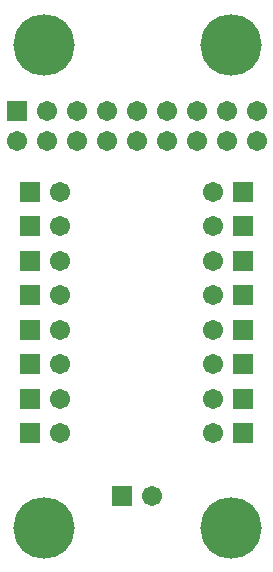
<source format=gbs>
%FSLAX24Y24*%
%MOIN*%
G70*
G01*
G75*
G04 Layer_Color=16711935*
%ADD10R,0.0276X0.0354*%
%ADD11R,0.0335X0.0138*%
%ADD12R,0.0354X0.0276*%
%ADD13R,0.0433X0.0551*%
%ADD14C,0.0100*%
%ADD15C,0.0300*%
%ADD16C,0.0250*%
%ADD17R,0.0591X0.0591*%
%ADD18C,0.0591*%
%ADD19C,0.1969*%
%ADD20C,0.0150*%
%ADD21C,0.0200*%
%ADD22C,0.0098*%
%ADD23C,0.0079*%
%ADD24C,0.0063*%
%ADD25C,0.0060*%
%ADD26R,0.0356X0.0434*%
%ADD27R,0.0415X0.0218*%
%ADD28R,0.0434X0.0356*%
%ADD29R,0.0513X0.0631*%
%ADD30R,0.0671X0.0671*%
%ADD31C,0.0671*%
%ADD32C,0.2049*%
D30*
X53100Y32600D02*
D03*
X53550Y29900D02*
D03*
Y28750D02*
D03*
Y27600D02*
D03*
Y26450D02*
D03*
Y25300D02*
D03*
Y24150D02*
D03*
Y23000D02*
D03*
Y21850D02*
D03*
X60650Y29900D02*
D03*
Y28750D02*
D03*
Y27600D02*
D03*
Y26450D02*
D03*
Y25300D02*
D03*
Y24150D02*
D03*
Y23000D02*
D03*
Y21850D02*
D03*
X56600Y19750D02*
D03*
D31*
X61100Y31600D02*
D03*
Y32600D02*
D03*
X60100Y31600D02*
D03*
Y32600D02*
D03*
X59100Y31600D02*
D03*
Y32600D02*
D03*
X58100Y31600D02*
D03*
Y32600D02*
D03*
X57100Y31600D02*
D03*
Y32600D02*
D03*
X56100Y31600D02*
D03*
Y32600D02*
D03*
X55100Y31600D02*
D03*
Y32600D02*
D03*
X54100Y31600D02*
D03*
Y32600D02*
D03*
X53100Y31600D02*
D03*
X54550Y29900D02*
D03*
Y28750D02*
D03*
Y27600D02*
D03*
Y26450D02*
D03*
Y25300D02*
D03*
Y24150D02*
D03*
Y23000D02*
D03*
Y21850D02*
D03*
X59650Y29900D02*
D03*
Y28750D02*
D03*
Y27600D02*
D03*
Y26450D02*
D03*
Y25300D02*
D03*
Y24150D02*
D03*
Y23000D02*
D03*
Y21850D02*
D03*
X57600Y19750D02*
D03*
D32*
X54000Y18700D02*
D03*
X60250D02*
D03*
Y34800D02*
D03*
X54000D02*
D03*
M02*

</source>
